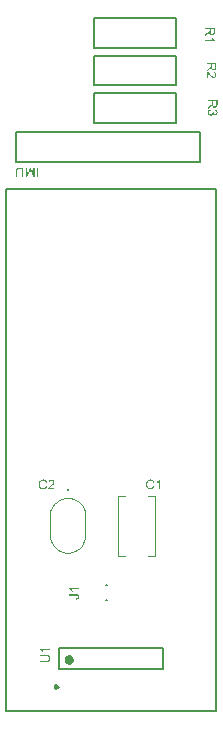
<source format=gto>
G04*
G04 #@! TF.GenerationSoftware,Altium Limited,Altium Designer,23.2.1 (34)*
G04*
G04 Layer_Color=65535*
%FSLAX25Y25*%
%MOIN*%
G70*
G04*
G04 #@! TF.SameCoordinates,08813931-105C-4D26-8E83-7783437ACDD9*
G04*
G04*
G04 #@! TF.FilePolarity,Positive*
G04*
G01*
G75*
%ADD10C,0.00984*%
%ADD11C,0.01575*%
%ADD12C,0.00394*%
%ADD13C,0.00787*%
%ADD14C,0.00500*%
%ADD15C,0.00787*%
G36*
X71989Y203595D02*
X71985Y203558D01*
Y203516D01*
X71980Y203419D01*
X71966Y203318D01*
X71952Y203207D01*
X71929Y203105D01*
X71916Y203054D01*
X71902Y203013D01*
Y203008D01*
X71897Y203004D01*
X71883Y202976D01*
X71865Y202934D01*
X71832Y202883D01*
X71791Y202828D01*
X71735Y202768D01*
X71671Y202712D01*
X71597Y202657D01*
X71592D01*
X71588Y202652D01*
X71560Y202634D01*
X71513Y202615D01*
X71453Y202588D01*
X71384Y202565D01*
X71301Y202542D01*
X71213Y202528D01*
X71116Y202523D01*
X71112D01*
X71102D01*
X71084D01*
X71061Y202528D01*
X71028D01*
X70996Y202532D01*
X70918Y202551D01*
X70825Y202578D01*
X70728Y202615D01*
X70631Y202671D01*
X70585Y202708D01*
X70539Y202745D01*
X70534Y202749D01*
X70530Y202754D01*
X70516Y202768D01*
X70502Y202786D01*
X70483Y202810D01*
X70465Y202837D01*
X70442Y202874D01*
X70414Y202911D01*
X70391Y202957D01*
X70368Y203008D01*
X70340Y203064D01*
X70317Y203124D01*
X70298Y203193D01*
X70275Y203262D01*
X70262Y203341D01*
X70248Y203424D01*
X70243Y203415D01*
X70234Y203396D01*
X70215Y203369D01*
X70197Y203332D01*
X70146Y203248D01*
X70114Y203207D01*
X70086Y203170D01*
X70077Y203161D01*
X70054Y203138D01*
X70017Y203101D01*
X69971Y203054D01*
X69906Y203004D01*
X69836Y202943D01*
X69753Y202883D01*
X69661Y202819D01*
X68792Y202269D01*
Y202796D01*
X69458Y203216D01*
X69462D01*
X69472Y203225D01*
X69485Y203235D01*
X69504Y203248D01*
X69555Y203281D01*
X69619Y203322D01*
X69689Y203373D01*
X69763Y203424D01*
X69832Y203475D01*
X69897Y203521D01*
X69901Y203526D01*
X69920Y203539D01*
X69947Y203563D01*
X69980Y203595D01*
X70049Y203664D01*
X70081Y203701D01*
X70109Y203738D01*
X70114Y203743D01*
X70118Y203752D01*
X70127Y203770D01*
X70141Y203798D01*
X70155Y203826D01*
X70169Y203858D01*
X70192Y203932D01*
Y203937D01*
X70197Y203946D01*
Y203964D01*
X70201Y203988D01*
X70206Y204020D01*
Y204057D01*
X70211Y204108D01*
Y204653D01*
X68792D01*
Y205078D01*
X71989D01*
Y203595D01*
D02*
G37*
G36*
X69689Y201622D02*
X69684D01*
X69675Y201618D01*
X69656Y201613D01*
X69633Y201608D01*
X69605Y201604D01*
X69573Y201594D01*
X69504Y201571D01*
X69421Y201539D01*
X69342Y201498D01*
X69268Y201451D01*
X69204Y201396D01*
X69199Y201387D01*
X69180Y201368D01*
X69157Y201331D01*
X69134Y201285D01*
X69107Y201230D01*
X69083Y201160D01*
X69065Y201082D01*
X69060Y200998D01*
Y200971D01*
X69065Y200952D01*
X69070Y200902D01*
X69083Y200837D01*
X69107Y200763D01*
X69139Y200684D01*
X69185Y200606D01*
X69250Y200532D01*
X69259Y200523D01*
X69287Y200500D01*
X69328Y200472D01*
X69384Y200435D01*
X69453Y200398D01*
X69532Y200370D01*
X69624Y200347D01*
X69726Y200338D01*
X69730D01*
X69740D01*
X69753D01*
X69772Y200342D01*
X69823Y200347D01*
X69883Y200361D01*
X69957Y200379D01*
X70030Y200412D01*
X70104Y200458D01*
X70174Y200518D01*
X70183Y200527D01*
X70201Y200550D01*
X70229Y200587D01*
X70262Y200638D01*
X70294Y200703D01*
X70322Y200781D01*
X70340Y200869D01*
X70349Y200966D01*
Y201008D01*
X70345Y201040D01*
X70340Y201082D01*
X70331Y201128D01*
X70322Y201183D01*
X70308Y201243D01*
X70654Y201197D01*
Y201174D01*
X70650Y201156D01*
Y201096D01*
X70659Y201045D01*
X70668Y200985D01*
X70682Y200915D01*
X70705Y200837D01*
X70737Y200763D01*
X70779Y200684D01*
Y200680D01*
X70784Y200675D01*
X70802Y200652D01*
X70834Y200620D01*
X70876Y200583D01*
X70936Y200546D01*
X71005Y200513D01*
X71084Y200490D01*
X71130Y200481D01*
X71181D01*
X71185D01*
X71190D01*
X71218D01*
X71255Y200490D01*
X71306Y200500D01*
X71361Y200518D01*
X71421Y200541D01*
X71481Y200578D01*
X71537Y200629D01*
X71541Y200634D01*
X71560Y200657D01*
X71583Y200689D01*
X71611Y200730D01*
X71634Y200786D01*
X71657Y200851D01*
X71675Y200925D01*
X71680Y201008D01*
Y201045D01*
X71671Y201086D01*
X71661Y201142D01*
X71643Y201202D01*
X71620Y201262D01*
X71583Y201326D01*
X71537Y201387D01*
X71532Y201391D01*
X71509Y201410D01*
X71477Y201437D01*
X71430Y201470D01*
X71370Y201502D01*
X71296Y201534D01*
X71209Y201562D01*
X71107Y201581D01*
X71176Y201973D01*
X71181D01*
X71195Y201969D01*
X71213Y201964D01*
X71241Y201959D01*
X71273Y201950D01*
X71310Y201936D01*
X71398Y201909D01*
X71500Y201862D01*
X71601Y201807D01*
X71698Y201738D01*
X71786Y201650D01*
X71791Y201645D01*
X71795Y201636D01*
X71805Y201622D01*
X71819Y201604D01*
X71837Y201581D01*
X71855Y201548D01*
X71874Y201516D01*
X71897Y201474D01*
X71934Y201382D01*
X71971Y201276D01*
X71994Y201151D01*
X72003Y201086D01*
Y200971D01*
X71999Y200920D01*
X71989Y200860D01*
X71975Y200786D01*
X71952Y200703D01*
X71925Y200620D01*
X71888Y200536D01*
Y200532D01*
X71883Y200527D01*
X71869Y200500D01*
X71842Y200458D01*
X71809Y200412D01*
X71763Y200356D01*
X71712Y200301D01*
X71652Y200245D01*
X71583Y200199D01*
X71574Y200195D01*
X71551Y200181D01*
X71509Y200162D01*
X71458Y200139D01*
X71398Y200116D01*
X71329Y200098D01*
X71250Y200084D01*
X71172Y200079D01*
X71162D01*
X71135D01*
X71098Y200084D01*
X71047Y200093D01*
X70987Y200107D01*
X70922Y200130D01*
X70858Y200158D01*
X70793Y200195D01*
X70784Y200199D01*
X70765Y200213D01*
X70733Y200241D01*
X70696Y200278D01*
X70654Y200324D01*
X70608Y200379D01*
X70566Y200444D01*
X70525Y200523D01*
Y200518D01*
X70520Y200509D01*
X70516Y200495D01*
X70511Y200476D01*
X70493Y200426D01*
X70465Y200361D01*
X70428Y200287D01*
X70382Y200213D01*
X70322Y200144D01*
X70252Y200079D01*
X70243Y200075D01*
X70215Y200056D01*
X70169Y200028D01*
X70109Y200001D01*
X70035Y199973D01*
X69947Y199945D01*
X69846Y199927D01*
X69735Y199922D01*
X69730D01*
X69716D01*
X69693D01*
X69665Y199927D01*
X69629Y199931D01*
X69587Y199941D01*
X69541Y199950D01*
X69490Y199959D01*
X69379Y199996D01*
X69319Y200024D01*
X69264Y200051D01*
X69204Y200088D01*
X69143Y200130D01*
X69083Y200176D01*
X69028Y200232D01*
X69023Y200236D01*
X69014Y200245D01*
X69000Y200264D01*
X68982Y200287D01*
X68959Y200315D01*
X68936Y200352D01*
X68908Y200393D01*
X68885Y200444D01*
X68857Y200495D01*
X68829Y200555D01*
X68806Y200615D01*
X68783Y200684D01*
X68765Y200758D01*
X68751Y200837D01*
X68742Y200915D01*
X68737Y201003D01*
Y201045D01*
X68742Y201072D01*
X68746Y201109D01*
X68751Y201151D01*
X68760Y201197D01*
X68769Y201248D01*
X68797Y201359D01*
X68843Y201474D01*
X68871Y201534D01*
X68903Y201590D01*
X68945Y201645D01*
X68986Y201701D01*
X68991Y201705D01*
X69000Y201715D01*
X69014Y201728D01*
X69033Y201742D01*
X69056Y201765D01*
X69088Y201788D01*
X69120Y201816D01*
X69162Y201844D01*
X69208Y201872D01*
X69254Y201899D01*
X69365Y201950D01*
X69495Y201992D01*
X69564Y202006D01*
X69638Y202015D01*
X69689Y201622D01*
D02*
G37*
G36*
X71092Y227785D02*
X71087Y227748D01*
Y227707D01*
X71082Y227610D01*
X71069Y227508D01*
X71055Y227397D01*
X71031Y227296D01*
X71018Y227245D01*
X71004Y227203D01*
Y227199D01*
X70999Y227194D01*
X70985Y227166D01*
X70967Y227125D01*
X70934Y227074D01*
X70893Y227018D01*
X70837Y226958D01*
X70773Y226903D01*
X70699Y226848D01*
X70694D01*
X70690Y226843D01*
X70662Y226824D01*
X70616Y226806D01*
X70556Y226778D01*
X70486Y226755D01*
X70403Y226732D01*
X70315Y226718D01*
X70218Y226713D01*
X70214D01*
X70205D01*
X70186D01*
X70163Y226718D01*
X70131D01*
X70098Y226723D01*
X70020Y226741D01*
X69927Y226769D01*
X69830Y226806D01*
X69733Y226861D01*
X69687Y226898D01*
X69641Y226935D01*
X69636Y226940D01*
X69632Y226944D01*
X69618Y226958D01*
X69604Y226977D01*
X69586Y227000D01*
X69567Y227028D01*
X69544Y227065D01*
X69516Y227102D01*
X69493Y227148D01*
X69470Y227199D01*
X69442Y227254D01*
X69419Y227314D01*
X69401Y227383D01*
X69378Y227453D01*
X69364Y227531D01*
X69350Y227614D01*
X69345Y227605D01*
X69336Y227587D01*
X69318Y227559D01*
X69299Y227522D01*
X69248Y227439D01*
X69216Y227397D01*
X69188Y227360D01*
X69179Y227351D01*
X69156Y227328D01*
X69119Y227291D01*
X69073Y227245D01*
X69008Y227194D01*
X68939Y227134D01*
X68856Y227074D01*
X68763Y227009D01*
X67895Y226460D01*
Y226986D01*
X68560Y227407D01*
X68564D01*
X68574Y227416D01*
X68588Y227425D01*
X68606Y227439D01*
X68657Y227471D01*
X68721Y227513D01*
X68791Y227564D01*
X68865Y227614D01*
X68934Y227665D01*
X68999Y227712D01*
X69003Y227716D01*
X69022Y227730D01*
X69050Y227753D01*
X69082Y227785D01*
X69151Y227855D01*
X69183Y227892D01*
X69211Y227929D01*
X69216Y227933D01*
X69221Y227942D01*
X69230Y227961D01*
X69244Y227989D01*
X69257Y228016D01*
X69271Y228049D01*
X69294Y228123D01*
Y228127D01*
X69299Y228136D01*
Y228155D01*
X69304Y228178D01*
X69308Y228210D01*
Y228247D01*
X69313Y228298D01*
Y228843D01*
X67895D01*
Y229268D01*
X71092D01*
Y227785D01*
D02*
G37*
G36*
X70302Y225905D02*
X70311Y225896D01*
X70315Y225877D01*
X70329Y225854D01*
X70343Y225827D01*
X70362Y225794D01*
X70408Y225716D01*
X70459Y225623D01*
X70523Y225531D01*
X70597Y225434D01*
X70676Y225337D01*
X70680Y225332D01*
X70685Y225328D01*
X70699Y225314D01*
X70713Y225295D01*
X70759Y225254D01*
X70814Y225198D01*
X70879Y225143D01*
X70953Y225083D01*
X71027Y225032D01*
X71105Y224986D01*
Y224732D01*
X67895D01*
Y225124D01*
X70394D01*
X70389Y225129D01*
X70371Y225152D01*
X70343Y225180D01*
X70311Y225226D01*
X70269Y225277D01*
X70223Y225341D01*
X70172Y225415D01*
X70121Y225499D01*
Y225503D01*
X70117Y225508D01*
X70098Y225535D01*
X70075Y225582D01*
X70047Y225637D01*
X70015Y225702D01*
X69983Y225771D01*
X69950Y225840D01*
X69923Y225910D01*
X70302D01*
Y225905D01*
D02*
G37*
G36*
X16078Y21876D02*
X13578D01*
X13583Y21871D01*
X13601Y21848D01*
X13629Y21820D01*
X13661Y21774D01*
X13703Y21723D01*
X13749Y21659D01*
X13800Y21585D01*
X13851Y21501D01*
Y21497D01*
X13856Y21492D01*
X13874Y21464D01*
X13897Y21418D01*
X13925Y21363D01*
X13957Y21298D01*
X13990Y21229D01*
X14022Y21160D01*
X14050Y21090D01*
X13671D01*
Y21095D01*
X13661Y21104D01*
X13657Y21123D01*
X13643Y21146D01*
X13629Y21173D01*
X13611Y21206D01*
X13564Y21284D01*
X13514Y21377D01*
X13449Y21469D01*
X13375Y21566D01*
X13296Y21663D01*
X13292Y21668D01*
X13287Y21672D01*
X13273Y21686D01*
X13260Y21705D01*
X13213Y21746D01*
X13158Y21802D01*
X13093Y21857D01*
X13019Y21917D01*
X12945Y21968D01*
X12867Y22014D01*
Y22268D01*
X16078D01*
Y21876D01*
D02*
G37*
G36*
X14849Y20240D02*
X14895D01*
X14950Y20236D01*
X15006Y20231D01*
X15131Y20217D01*
X15260Y20199D01*
X15385Y20171D01*
X15445Y20152D01*
X15500Y20134D01*
X15505D01*
X15514Y20129D01*
X15528Y20120D01*
X15546Y20111D01*
X15597Y20083D01*
X15662Y20042D01*
X15736Y19986D01*
X15810Y19921D01*
X15888Y19838D01*
X15958Y19737D01*
Y19732D01*
X15967Y19723D01*
X15971Y19709D01*
X15985Y19686D01*
X15999Y19658D01*
X16013Y19621D01*
X16027Y19584D01*
X16045Y19538D01*
X16064Y19487D01*
X16078Y19432D01*
X16092Y19372D01*
X16105Y19302D01*
X16115Y19233D01*
X16124Y19159D01*
X16133Y18993D01*
Y18951D01*
X16128Y18919D01*
Y18882D01*
X16124Y18836D01*
X16119Y18785D01*
X16115Y18734D01*
X16096Y18619D01*
X16069Y18494D01*
X16032Y18374D01*
X15981Y18258D01*
Y18254D01*
X15971Y18244D01*
X15962Y18230D01*
X15953Y18212D01*
X15916Y18161D01*
X15865Y18101D01*
X15800Y18032D01*
X15727Y17967D01*
X15634Y17902D01*
X15533Y17852D01*
X15528D01*
X15519Y17847D01*
X15500Y17842D01*
X15477Y17833D01*
X15449Y17824D01*
X15412Y17815D01*
X15371Y17801D01*
X15320Y17792D01*
X15265Y17782D01*
X15204Y17768D01*
X15140Y17759D01*
X15071Y17750D01*
X14992Y17741D01*
X14909Y17736D01*
X14821Y17732D01*
X14729D01*
X12881D01*
Y18157D01*
X14729D01*
X14733D01*
X14747D01*
X14770D01*
X14798D01*
X14830Y18161D01*
X14872D01*
X14960Y18166D01*
X15061Y18175D01*
X15163Y18189D01*
X15260Y18207D01*
X15302Y18217D01*
X15343Y18230D01*
X15352Y18235D01*
X15375Y18244D01*
X15408Y18268D01*
X15454Y18295D01*
X15500Y18327D01*
X15551Y18374D01*
X15602Y18429D01*
X15643Y18494D01*
X15648Y18503D01*
X15662Y18526D01*
X15676Y18568D01*
X15694Y18623D01*
X15717Y18688D01*
X15731Y18771D01*
X15745Y18859D01*
X15750Y18956D01*
Y19002D01*
X15745Y19030D01*
Y19071D01*
X15741Y19113D01*
X15722Y19215D01*
X15699Y19326D01*
X15662Y19432D01*
X15611Y19533D01*
X15579Y19580D01*
X15542Y19621D01*
X15537Y19626D01*
X15533Y19630D01*
X15519Y19640D01*
X15500Y19654D01*
X15473Y19667D01*
X15445Y19686D01*
X15403Y19704D01*
X15362Y19723D01*
X15311Y19741D01*
X15251Y19755D01*
X15181Y19774D01*
X15108Y19787D01*
X15024Y19801D01*
X14937Y19811D01*
X14835Y19820D01*
X14729D01*
X12881D01*
Y20245D01*
X14729D01*
X14733D01*
X14752D01*
X14775D01*
X14807D01*
X14849Y20240D01*
D02*
G37*
G36*
X71592Y216079D02*
X71587Y216042D01*
Y216000D01*
X71582Y215903D01*
X71569Y215802D01*
X71555Y215691D01*
X71531Y215589D01*
X71518Y215538D01*
X71504Y215497D01*
Y215492D01*
X71499Y215487D01*
X71485Y215460D01*
X71467Y215418D01*
X71434Y215367D01*
X71393Y215312D01*
X71337Y215252D01*
X71273Y215196D01*
X71199Y215141D01*
X71194D01*
X71190Y215136D01*
X71162Y215118D01*
X71116Y215099D01*
X71056Y215072D01*
X70986Y215049D01*
X70903Y215025D01*
X70815Y215012D01*
X70718Y215007D01*
X70714D01*
X70705D01*
X70686D01*
X70663Y215012D01*
X70631D01*
X70598Y215016D01*
X70520Y215035D01*
X70427Y215062D01*
X70330Y215099D01*
X70233Y215155D01*
X70187Y215192D01*
X70141Y215229D01*
X70136Y215233D01*
X70132Y215238D01*
X70118Y215252D01*
X70104Y215270D01*
X70086Y215293D01*
X70067Y215321D01*
X70044Y215358D01*
X70016Y215395D01*
X69993Y215441D01*
X69970Y215492D01*
X69942Y215547D01*
X69919Y215608D01*
X69901Y215677D01*
X69878Y215746D01*
X69864Y215825D01*
X69850Y215908D01*
X69845Y215899D01*
X69836Y215880D01*
X69818Y215852D01*
X69799Y215815D01*
X69748Y215732D01*
X69716Y215691D01*
X69688Y215654D01*
X69679Y215645D01*
X69656Y215621D01*
X69619Y215584D01*
X69573Y215538D01*
X69508Y215487D01*
X69439Y215427D01*
X69355Y215367D01*
X69263Y215303D01*
X68395Y214753D01*
Y215280D01*
X69060Y215700D01*
X69064D01*
X69074Y215709D01*
X69087Y215718D01*
X69106Y215732D01*
X69157Y215765D01*
X69222Y215806D01*
X69291Y215857D01*
X69365Y215908D01*
X69434Y215959D01*
X69499Y216005D01*
X69503Y216009D01*
X69522Y216023D01*
X69550Y216046D01*
X69582Y216079D01*
X69651Y216148D01*
X69683Y216185D01*
X69711Y216222D01*
X69716Y216227D01*
X69721Y216236D01*
X69730Y216254D01*
X69744Y216282D01*
X69757Y216310D01*
X69771Y216342D01*
X69794Y216416D01*
Y216421D01*
X69799Y216430D01*
Y216448D01*
X69804Y216472D01*
X69808Y216504D01*
Y216541D01*
X69813Y216592D01*
Y217137D01*
X68395D01*
Y217562D01*
X71592D01*
Y216079D01*
D02*
G37*
G36*
X68482Y214554D02*
X68524Y214549D01*
X68570Y214540D01*
X68616Y214531D01*
X68667Y214513D01*
X68672D01*
X68676Y214508D01*
X68704Y214499D01*
X68746Y214480D01*
X68801Y214453D01*
X68866Y214416D01*
X68940Y214369D01*
X69014Y214318D01*
X69092Y214254D01*
X69097D01*
X69101Y214245D01*
X69129Y214222D01*
X69171Y214180D01*
X69231Y214120D01*
X69300Y214051D01*
X69383Y213963D01*
X69476Y213857D01*
X69573Y213741D01*
X69577Y213736D01*
X69591Y213718D01*
X69614Y213690D01*
X69642Y213658D01*
X69679Y213616D01*
X69721Y213565D01*
X69767Y213515D01*
X69818Y213455D01*
X69928Y213339D01*
X70039Y213224D01*
X70095Y213168D01*
X70150Y213117D01*
X70201Y213071D01*
X70252Y213034D01*
X70256D01*
X70261Y213025D01*
X70275Y213016D01*
X70293Y213006D01*
X70344Y212974D01*
X70404Y212937D01*
X70478Y212905D01*
X70557Y212873D01*
X70644Y212854D01*
X70728Y212845D01*
X70732D01*
X70737D01*
X70765Y212849D01*
X70811Y212854D01*
X70862Y212868D01*
X70926Y212886D01*
X70991Y212919D01*
X71056Y212960D01*
X71120Y213016D01*
X71130Y213025D01*
X71148Y213048D01*
X71171Y213080D01*
X71204Y213131D01*
X71231Y213196D01*
X71259Y213270D01*
X71277Y213358D01*
X71282Y213455D01*
Y213482D01*
X71277Y213501D01*
X71273Y213556D01*
X71259Y213621D01*
X71241Y213690D01*
X71208Y213769D01*
X71166Y213843D01*
X71111Y213912D01*
X71102Y213921D01*
X71079Y213940D01*
X71042Y213967D01*
X70986Y213995D01*
X70922Y214028D01*
X70838Y214055D01*
X70746Y214074D01*
X70640Y214083D01*
X70681Y214485D01*
X70686D01*
X70700Y214480D01*
X70723D01*
X70755Y214476D01*
X70792Y214466D01*
X70834Y214457D01*
X70885Y214443D01*
X70936Y214429D01*
X71046Y214392D01*
X71157Y214337D01*
X71213Y214305D01*
X71268Y214263D01*
X71319Y214222D01*
X71365Y214175D01*
X71370Y214171D01*
X71374Y214161D01*
X71388Y214148D01*
X71402Y214124D01*
X71421Y214097D01*
X71439Y214064D01*
X71462Y214028D01*
X71485Y213981D01*
X71508Y213931D01*
X71531Y213875D01*
X71550Y213815D01*
X71569Y213750D01*
X71582Y213681D01*
X71596Y213607D01*
X71601Y213528D01*
X71605Y213445D01*
Y213399D01*
X71601Y213367D01*
X71596Y213330D01*
X71592Y213284D01*
X71582Y213233D01*
X71573Y213182D01*
X71541Y213062D01*
X71495Y212942D01*
X71467Y212882D01*
X71434Y212822D01*
X71393Y212766D01*
X71347Y212715D01*
X71342Y212711D01*
X71337Y212702D01*
X71319Y212692D01*
X71301Y212674D01*
X71277Y212651D01*
X71245Y212628D01*
X71213Y212604D01*
X71171Y212577D01*
X71083Y212531D01*
X70973Y212484D01*
X70917Y212466D01*
X70852Y212457D01*
X70788Y212447D01*
X70718Y212443D01*
X70709D01*
X70686D01*
X70649Y212447D01*
X70598Y212452D01*
X70543Y212461D01*
X70478Y212480D01*
X70409Y212498D01*
X70340Y212526D01*
X70330Y212531D01*
X70307Y212540D01*
X70270Y212558D01*
X70219Y212586D01*
X70164Y212623D01*
X70095Y212669D01*
X70025Y212725D01*
X69947Y212789D01*
X69938Y212799D01*
X69910Y212822D01*
X69887Y212845D01*
X69864Y212868D01*
X69836Y212896D01*
X69799Y212932D01*
X69762Y212969D01*
X69721Y213016D01*
X69674Y213062D01*
X69624Y213117D01*
X69573Y213177D01*
X69513Y213242D01*
X69453Y213316D01*
X69388Y213390D01*
X69383Y213394D01*
X69374Y213404D01*
X69360Y213422D01*
X69342Y213445D01*
X69314Y213473D01*
X69286Y213505D01*
X69226Y213579D01*
X69157Y213658D01*
X69087Y213732D01*
X69028Y213796D01*
X69004Y213824D01*
X68981Y213847D01*
X68977Y213852D01*
X68963Y213866D01*
X68944Y213884D01*
X68917Y213907D01*
X68884Y213931D01*
X68852Y213958D01*
X68773Y214014D01*
Y212438D01*
X68395D01*
Y214559D01*
X68399D01*
X68418D01*
X68445D01*
X68482Y214554D01*
D02*
G37*
G36*
X25834Y41992D02*
X23335D01*
X23339Y41988D01*
X23358Y41965D01*
X23386Y41937D01*
X23418Y41891D01*
X23460Y41840D01*
X23506Y41775D01*
X23557Y41701D01*
X23607Y41618D01*
Y41613D01*
X23612Y41609D01*
X23630Y41581D01*
X23654Y41535D01*
X23681Y41479D01*
X23714Y41415D01*
X23746Y41346D01*
X23778Y41276D01*
X23806Y41207D01*
X23427D01*
Y41212D01*
X23418Y41221D01*
X23413Y41239D01*
X23400Y41262D01*
X23386Y41290D01*
X23367Y41322D01*
X23321Y41401D01*
X23270Y41493D01*
X23205Y41586D01*
X23132Y41683D01*
X23053Y41780D01*
X23048Y41784D01*
X23044Y41789D01*
X23030Y41803D01*
X23016Y41821D01*
X22970Y41863D01*
X22914Y41918D01*
X22850Y41974D01*
X22776Y42034D01*
X22702Y42085D01*
X22623Y42131D01*
Y42385D01*
X25834D01*
Y41992D01*
D02*
G37*
G36*
X24919Y40371D02*
X24956D01*
X25044Y40361D01*
X25146Y40352D01*
X25252Y40334D01*
X25349Y40306D01*
X25442Y40274D01*
X25446D01*
X25451Y40269D01*
X25479Y40255D01*
X25515Y40232D01*
X25566Y40200D01*
X25617Y40154D01*
X25673Y40103D01*
X25728Y40038D01*
X25774Y39964D01*
X25779Y39955D01*
X25793Y39927D01*
X25811Y39886D01*
X25830Y39825D01*
X25853Y39752D01*
X25871Y39668D01*
X25885Y39576D01*
X25890Y39474D01*
Y39433D01*
X25885Y39405D01*
X25880Y39368D01*
X25876Y39331D01*
X25857Y39234D01*
X25830Y39132D01*
X25788Y39026D01*
X25760Y38971D01*
X25728Y38920D01*
X25691Y38874D01*
X25649Y38828D01*
X25645Y38823D01*
X25640Y38818D01*
X25622Y38809D01*
X25603Y38795D01*
X25580Y38777D01*
X25548Y38758D01*
X25511Y38740D01*
X25469Y38717D01*
X25423Y38698D01*
X25368Y38680D01*
X25312Y38661D01*
X25247Y38643D01*
X25178Y38633D01*
X25100Y38620D01*
X25021Y38615D01*
X24933D01*
X24878Y38998D01*
X24882D01*
X24892D01*
X24910D01*
X24938Y39003D01*
X24966Y39008D01*
X24998D01*
X25076Y39022D01*
X25160Y39035D01*
X25243Y39063D01*
X25317Y39091D01*
X25349Y39109D01*
X25377Y39132D01*
X25381Y39137D01*
X25395Y39156D01*
X25418Y39183D01*
X25442Y39220D01*
X25469Y39271D01*
X25488Y39327D01*
X25506Y39396D01*
X25511Y39470D01*
Y39498D01*
X25506Y39525D01*
X25502Y39567D01*
X25492Y39608D01*
X25483Y39654D01*
X25465Y39701D01*
X25442Y39747D01*
X25437Y39752D01*
X25428Y39765D01*
X25409Y39784D01*
X25391Y39812D01*
X25358Y39835D01*
X25326Y39862D01*
X25289Y39886D01*
X25243Y39904D01*
X25238D01*
X25220Y39913D01*
X25187Y39918D01*
X25146Y39927D01*
X25090Y39936D01*
X25021Y39941D01*
X24938Y39950D01*
X24841D01*
X22637D01*
Y40375D01*
X24818D01*
X24822D01*
X24836D01*
X24855D01*
X24882D01*
X24919Y40371D01*
D02*
G37*
G36*
X11048Y179374D02*
X10415D01*
X9657Y181642D01*
Y181647D01*
X9653Y181656D01*
X9648Y181670D01*
X9639Y181693D01*
X9620Y181748D01*
X9597Y181818D01*
X9574Y181896D01*
X9546Y181975D01*
X9523Y182049D01*
X9505Y182113D01*
X9500Y182104D01*
X9496Y182081D01*
X9482Y182039D01*
X9463Y181984D01*
X9440Y181910D01*
X9408Y181822D01*
X9375Y181721D01*
X9334Y181601D01*
X8567Y179374D01*
X7999D01*
Y182571D01*
X8405D01*
Y179896D01*
X9339Y182571D01*
X9717D01*
X10641Y179850D01*
Y182571D01*
X11048D01*
Y179374D01*
D02*
G37*
G36*
X12207D02*
X11783D01*
Y182571D01*
X12207D01*
Y179374D01*
D02*
G37*
G36*
X6118Y182622D02*
X6155D01*
X6202Y182617D01*
X6252Y182612D01*
X6303Y182608D01*
X6419Y182589D01*
X6543Y182562D01*
X6663Y182525D01*
X6779Y182474D01*
X6784D01*
X6793Y182465D01*
X6807Y182455D01*
X6825Y182446D01*
X6876Y182409D01*
X6936Y182358D01*
X7005Y182294D01*
X7070Y182220D01*
X7135Y182127D01*
X7186Y182026D01*
Y182021D01*
X7190Y182012D01*
X7195Y181993D01*
X7204Y181970D01*
X7213Y181942D01*
X7222Y181905D01*
X7236Y181864D01*
X7246Y181813D01*
X7255Y181758D01*
X7269Y181698D01*
X7278Y181633D01*
X7287Y181564D01*
X7297Y181485D01*
X7301Y181402D01*
X7306Y181314D01*
Y181222D01*
Y179374D01*
X6881D01*
Y181222D01*
Y181226D01*
Y181240D01*
Y181263D01*
Y181291D01*
X6876Y181323D01*
Y181365D01*
X6871Y181453D01*
X6862Y181554D01*
X6848Y181656D01*
X6830Y181753D01*
X6821Y181795D01*
X6807Y181836D01*
X6802Y181845D01*
X6793Y181869D01*
X6770Y181901D01*
X6742Y181947D01*
X6710Y181993D01*
X6663Y182044D01*
X6608Y182095D01*
X6543Y182136D01*
X6534Y182141D01*
X6511Y182155D01*
X6470Y182169D01*
X6414Y182187D01*
X6349Y182210D01*
X6266Y182224D01*
X6178Y182238D01*
X6081Y182243D01*
X6035D01*
X6007Y182238D01*
X5966D01*
X5924Y182234D01*
X5823Y182215D01*
X5712Y182192D01*
X5606Y182155D01*
X5504Y182104D01*
X5458Y182072D01*
X5416Y182035D01*
X5412Y182030D01*
X5407Y182026D01*
X5398Y182012D01*
X5384Y181993D01*
X5370Y181966D01*
X5351Y181938D01*
X5333Y181896D01*
X5314Y181855D01*
X5296Y181804D01*
X5282Y181744D01*
X5264Y181675D01*
X5250Y181601D01*
X5236Y181517D01*
X5227Y181430D01*
X5218Y181328D01*
Y181222D01*
Y179374D01*
X4792D01*
Y181222D01*
Y181226D01*
Y181245D01*
Y181268D01*
Y181300D01*
X4797Y181342D01*
Y181388D01*
X4802Y181444D01*
X4806Y181499D01*
X4820Y181624D01*
X4839Y181753D01*
X4866Y181878D01*
X4885Y181938D01*
X4903Y181993D01*
Y181998D01*
X4908Y182007D01*
X4917Y182021D01*
X4926Y182039D01*
X4954Y182090D01*
X4996Y182155D01*
X5051Y182229D01*
X5116Y182303D01*
X5199Y182381D01*
X5301Y182451D01*
X5305D01*
X5314Y182460D01*
X5328Y182465D01*
X5351Y182478D01*
X5379Y182492D01*
X5416Y182506D01*
X5453Y182520D01*
X5499Y182538D01*
X5550Y182557D01*
X5606Y182571D01*
X5666Y182585D01*
X5735Y182598D01*
X5804Y182608D01*
X5878Y182617D01*
X6044Y182626D01*
X6086D01*
X6118Y182622D01*
D02*
G37*
G36*
X13958Y78649D02*
X14000Y78645D01*
X14051Y78640D01*
X14101Y78636D01*
X14162Y78622D01*
X14286Y78594D01*
X14425Y78552D01*
X14494Y78525D01*
X14559Y78492D01*
X14624Y78451D01*
X14688Y78409D01*
X14693Y78404D01*
X14702Y78400D01*
X14720Y78386D01*
X14744Y78363D01*
X14767Y78340D01*
X14799Y78307D01*
X14831Y78271D01*
X14868Y78233D01*
X14905Y78187D01*
X14942Y78132D01*
X14984Y78076D01*
X15021Y78016D01*
X15053Y77947D01*
X15090Y77878D01*
X15118Y77804D01*
X15146Y77721D01*
X14730Y77624D01*
Y77628D01*
X14725Y77638D01*
X14716Y77656D01*
X14707Y77679D01*
X14697Y77707D01*
X14683Y77744D01*
X14647Y77818D01*
X14600Y77901D01*
X14545Y77984D01*
X14476Y78063D01*
X14402Y78132D01*
X14392Y78141D01*
X14365Y78160D01*
X14319Y78183D01*
X14258Y78215D01*
X14180Y78243D01*
X14092Y78271D01*
X13986Y78289D01*
X13870Y78294D01*
X13833D01*
X13810Y78289D01*
X13778D01*
X13741Y78284D01*
X13653Y78271D01*
X13556Y78252D01*
X13455Y78220D01*
X13348Y78174D01*
X13251Y78113D01*
X13247D01*
X13242Y78104D01*
X13210Y78081D01*
X13168Y78044D01*
X13117Y77989D01*
X13057Y77919D01*
X13002Y77841D01*
X12951Y77744D01*
X12905Y77638D01*
Y77633D01*
X12900Y77624D01*
X12896Y77610D01*
X12891Y77587D01*
X12882Y77559D01*
X12873Y77527D01*
X12859Y77448D01*
X12840Y77356D01*
X12822Y77254D01*
X12812Y77143D01*
X12808Y77023D01*
Y77018D01*
Y77005D01*
Y76982D01*
Y76954D01*
X12812Y76921D01*
Y76880D01*
X12817Y76834D01*
X12822Y76783D01*
X12835Y76672D01*
X12859Y76552D01*
X12886Y76432D01*
X12923Y76312D01*
Y76307D01*
X12928Y76298D01*
X12937Y76284D01*
X12946Y76261D01*
X12974Y76205D01*
X13016Y76141D01*
X13067Y76067D01*
X13131Y75988D01*
X13205Y75919D01*
X13293Y75854D01*
X13297D01*
X13307Y75850D01*
X13321Y75840D01*
X13339Y75831D01*
X13362Y75822D01*
X13390Y75808D01*
X13455Y75780D01*
X13538Y75753D01*
X13630Y75730D01*
X13732Y75711D01*
X13838Y75706D01*
X13870D01*
X13898Y75711D01*
X13930D01*
X13963Y75716D01*
X14046Y75734D01*
X14143Y75757D01*
X14240Y75794D01*
X14342Y75845D01*
X14392Y75873D01*
X14439Y75910D01*
X14443Y75914D01*
X14448Y75919D01*
X14462Y75933D01*
X14480Y75947D01*
X14499Y75970D01*
X14522Y75998D01*
X14549Y76025D01*
X14573Y76062D01*
X14600Y76104D01*
X14633Y76150D01*
X14660Y76196D01*
X14688Y76252D01*
X14711Y76312D01*
X14734Y76376D01*
X14758Y76446D01*
X14776Y76520D01*
X15201Y76413D01*
Y76409D01*
X15196Y76390D01*
X15187Y76362D01*
X15173Y76326D01*
X15159Y76284D01*
X15141Y76233D01*
X15118Y76178D01*
X15090Y76118D01*
X15025Y75988D01*
X14942Y75859D01*
X14891Y75794D01*
X14841Y75730D01*
X14785Y75674D01*
X14720Y75619D01*
X14716Y75614D01*
X14707Y75605D01*
X14683Y75595D01*
X14660Y75577D01*
X14624Y75554D01*
X14586Y75531D01*
X14536Y75508D01*
X14485Y75485D01*
X14425Y75457D01*
X14360Y75434D01*
X14291Y75411D01*
X14217Y75388D01*
X14138Y75369D01*
X14055Y75360D01*
X13967Y75351D01*
X13875Y75346D01*
X13824D01*
X13787Y75351D01*
X13746D01*
X13695Y75355D01*
X13639Y75365D01*
X13575Y75374D01*
X13441Y75397D01*
X13302Y75434D01*
X13164Y75485D01*
X13099Y75517D01*
X13034Y75554D01*
X13030Y75559D01*
X13020Y75563D01*
X13002Y75577D01*
X12983Y75595D01*
X12956Y75614D01*
X12923Y75642D01*
X12886Y75674D01*
X12849Y75711D01*
X12812Y75753D01*
X12771Y75794D01*
X12688Y75900D01*
X12609Y76025D01*
X12540Y76164D01*
Y76168D01*
X12531Y76182D01*
X12526Y76205D01*
X12512Y76233D01*
X12503Y76270D01*
X12489Y76316D01*
X12471Y76367D01*
X12457Y76423D01*
X12443Y76483D01*
X12424Y76552D01*
X12401Y76695D01*
X12383Y76857D01*
X12374Y77023D01*
Y77028D01*
Y77046D01*
Y77074D01*
X12378Y77106D01*
Y77153D01*
X12383Y77199D01*
X12387Y77259D01*
X12397Y77319D01*
X12420Y77453D01*
X12452Y77601D01*
X12498Y77748D01*
X12563Y77892D01*
X12568Y77896D01*
X12572Y77910D01*
X12581Y77929D01*
X12600Y77952D01*
X12618Y77984D01*
X12641Y78021D01*
X12702Y78104D01*
X12780Y78197D01*
X12873Y78289D01*
X12979Y78381D01*
X13104Y78460D01*
X13108Y78465D01*
X13122Y78469D01*
X13140Y78478D01*
X13164Y78492D01*
X13201Y78506D01*
X13238Y78520D01*
X13284Y78539D01*
X13334Y78557D01*
X13390Y78575D01*
X13450Y78594D01*
X13579Y78622D01*
X13727Y78645D01*
X13880Y78654D01*
X13926D01*
X13958Y78649D01*
D02*
G37*
G36*
X16698Y78608D02*
X16735Y78603D01*
X16781Y78598D01*
X16832Y78589D01*
X16883Y78580D01*
X17003Y78548D01*
X17123Y78501D01*
X17183Y78474D01*
X17243Y78441D01*
X17298Y78400D01*
X17349Y78354D01*
X17354Y78349D01*
X17363Y78344D01*
X17372Y78326D01*
X17391Y78307D01*
X17414Y78284D01*
X17437Y78252D01*
X17460Y78220D01*
X17488Y78178D01*
X17534Y78090D01*
X17580Y77979D01*
X17599Y77924D01*
X17608Y77859D01*
X17617Y77795D01*
X17622Y77725D01*
Y77716D01*
Y77693D01*
X17617Y77656D01*
X17613Y77605D01*
X17603Y77550D01*
X17585Y77485D01*
X17566Y77416D01*
X17539Y77346D01*
X17534Y77337D01*
X17525Y77314D01*
X17506Y77277D01*
X17479Y77226D01*
X17442Y77171D01*
X17395Y77102D01*
X17340Y77032D01*
X17275Y76954D01*
X17266Y76945D01*
X17243Y76917D01*
X17220Y76894D01*
X17197Y76871D01*
X17169Y76843D01*
X17132Y76806D01*
X17095Y76769D01*
X17049Y76727D01*
X17003Y76681D01*
X16947Y76630D01*
X16887Y76580D01*
X16823Y76520D01*
X16749Y76459D01*
X16675Y76395D01*
X16670Y76390D01*
X16661Y76381D01*
X16642Y76367D01*
X16619Y76349D01*
X16592Y76321D01*
X16559Y76293D01*
X16485Y76233D01*
X16407Y76164D01*
X16333Y76095D01*
X16268Y76034D01*
X16240Y76011D01*
X16217Y75988D01*
X16213Y75984D01*
X16199Y75970D01*
X16180Y75951D01*
X16157Y75924D01*
X16134Y75891D01*
X16106Y75859D01*
X16051Y75780D01*
X17627D01*
Y75402D01*
X15506D01*
Y75406D01*
Y75425D01*
Y75452D01*
X15510Y75489D01*
X15515Y75531D01*
X15524Y75577D01*
X15534Y75623D01*
X15552Y75674D01*
Y75679D01*
X15557Y75683D01*
X15566Y75711D01*
X15584Y75753D01*
X15612Y75808D01*
X15649Y75873D01*
X15695Y75947D01*
X15746Y76021D01*
X15811Y76099D01*
Y76104D01*
X15820Y76108D01*
X15843Y76136D01*
X15885Y76178D01*
X15945Y76238D01*
X16014Y76307D01*
X16102Y76390D01*
X16208Y76483D01*
X16324Y76580D01*
X16328Y76584D01*
X16347Y76598D01*
X16374Y76621D01*
X16407Y76649D01*
X16448Y76686D01*
X16499Y76727D01*
X16550Y76774D01*
X16610Y76824D01*
X16726Y76935D01*
X16841Y77046D01*
X16896Y77102D01*
X16947Y77157D01*
X16994Y77208D01*
X17030Y77259D01*
Y77263D01*
X17040Y77268D01*
X17049Y77282D01*
X17058Y77300D01*
X17090Y77351D01*
X17128Y77411D01*
X17160Y77485D01*
X17192Y77564D01*
X17211Y77651D01*
X17220Y77735D01*
Y77739D01*
Y77744D01*
X17215Y77772D01*
X17211Y77818D01*
X17197Y77869D01*
X17178Y77933D01*
X17146Y77998D01*
X17104Y78063D01*
X17049Y78127D01*
X17040Y78136D01*
X17017Y78155D01*
X16984Y78178D01*
X16933Y78210D01*
X16869Y78238D01*
X16795Y78266D01*
X16707Y78284D01*
X16610Y78289D01*
X16582D01*
X16564Y78284D01*
X16508Y78280D01*
X16444Y78266D01*
X16374Y78247D01*
X16296Y78215D01*
X16222Y78174D01*
X16153Y78118D01*
X16143Y78109D01*
X16125Y78086D01*
X16097Y78049D01*
X16070Y77993D01*
X16037Y77929D01*
X16010Y77846D01*
X15991Y77753D01*
X15982Y77647D01*
X15580Y77688D01*
Y77693D01*
X15584Y77707D01*
Y77730D01*
X15589Y77762D01*
X15598Y77799D01*
X15608Y77841D01*
X15621Y77892D01*
X15635Y77943D01*
X15672Y78053D01*
X15728Y78164D01*
X15760Y78220D01*
X15802Y78275D01*
X15843Y78326D01*
X15889Y78372D01*
X15894Y78377D01*
X15903Y78381D01*
X15917Y78395D01*
X15940Y78409D01*
X15968Y78428D01*
X16000Y78446D01*
X16037Y78469D01*
X16083Y78492D01*
X16134Y78515D01*
X16190Y78539D01*
X16250Y78557D01*
X16314Y78575D01*
X16384Y78589D01*
X16458Y78603D01*
X16536Y78608D01*
X16619Y78612D01*
X16666D01*
X16698Y78608D01*
D02*
G37*
G36*
X49752Y78649D02*
X49793Y78645D01*
X49844Y78640D01*
X49895Y78636D01*
X49955Y78622D01*
X50080Y78594D01*
X50218Y78552D01*
X50287Y78525D01*
X50352Y78492D01*
X50417Y78451D01*
X50481Y78409D01*
X50486Y78404D01*
X50495Y78400D01*
X50514Y78386D01*
X50537Y78363D01*
X50560Y78340D01*
X50592Y78307D01*
X50625Y78271D01*
X50662Y78233D01*
X50699Y78187D01*
X50736Y78132D01*
X50777Y78076D01*
X50814Y78016D01*
X50846Y77947D01*
X50884Y77878D01*
X50911Y77804D01*
X50939Y77721D01*
X50523Y77624D01*
Y77628D01*
X50519Y77638D01*
X50509Y77656D01*
X50500Y77679D01*
X50491Y77707D01*
X50477Y77744D01*
X50440Y77818D01*
X50394Y77901D01*
X50338Y77984D01*
X50269Y78063D01*
X50195Y78132D01*
X50186Y78141D01*
X50158Y78160D01*
X50112Y78183D01*
X50052Y78215D01*
X49973Y78243D01*
X49885Y78271D01*
X49779Y78289D01*
X49664Y78294D01*
X49627D01*
X49604Y78289D01*
X49571D01*
X49534Y78284D01*
X49447Y78271D01*
X49350Y78252D01*
X49248Y78220D01*
X49142Y78174D01*
X49045Y78113D01*
X49040D01*
X49036Y78104D01*
X49003Y78081D01*
X48961Y78044D01*
X48911Y77989D01*
X48851Y77919D01*
X48795Y77841D01*
X48744Y77744D01*
X48698Y77638D01*
Y77633D01*
X48694Y77624D01*
X48689Y77610D01*
X48684Y77587D01*
X48675Y77559D01*
X48666Y77527D01*
X48652Y77448D01*
X48634Y77356D01*
X48615Y77254D01*
X48606Y77143D01*
X48601Y77023D01*
Y77018D01*
Y77005D01*
Y76982D01*
Y76954D01*
X48606Y76921D01*
Y76880D01*
X48610Y76834D01*
X48615Y76783D01*
X48629Y76672D01*
X48652Y76552D01*
X48680Y76432D01*
X48717Y76312D01*
Y76307D01*
X48721Y76298D01*
X48730Y76284D01*
X48740Y76261D01*
X48768Y76205D01*
X48809Y76141D01*
X48860Y76067D01*
X48925Y75988D01*
X48998Y75919D01*
X49086Y75854D01*
X49091D01*
X49100Y75850D01*
X49114Y75840D01*
X49132Y75831D01*
X49156Y75822D01*
X49183Y75808D01*
X49248Y75780D01*
X49331Y75753D01*
X49424Y75730D01*
X49525Y75711D01*
X49631Y75706D01*
X49664D01*
X49692Y75711D01*
X49724D01*
X49756Y75716D01*
X49839Y75734D01*
X49936Y75757D01*
X50033Y75794D01*
X50135Y75845D01*
X50186Y75873D01*
X50232Y75910D01*
X50237Y75914D01*
X50241Y75919D01*
X50255Y75933D01*
X50274Y75947D01*
X50292Y75970D01*
X50315Y75998D01*
X50343Y76025D01*
X50366Y76062D01*
X50394Y76104D01*
X50426Y76150D01*
X50454Y76196D01*
X50481Y76252D01*
X50505Y76312D01*
X50528Y76376D01*
X50551Y76446D01*
X50569Y76520D01*
X50994Y76413D01*
Y76409D01*
X50990Y76390D01*
X50981Y76362D01*
X50967Y76326D01*
X50953Y76284D01*
X50934Y76233D01*
X50911Y76178D01*
X50884Y76118D01*
X50819Y75988D01*
X50736Y75859D01*
X50685Y75794D01*
X50634Y75730D01*
X50578Y75674D01*
X50514Y75619D01*
X50509Y75614D01*
X50500Y75605D01*
X50477Y75595D01*
X50454Y75577D01*
X50417Y75554D01*
X50380Y75531D01*
X50329Y75508D01*
X50278Y75485D01*
X50218Y75457D01*
X50153Y75434D01*
X50084Y75411D01*
X50010Y75388D01*
X49932Y75369D01*
X49849Y75360D01*
X49761Y75351D01*
X49668Y75346D01*
X49618D01*
X49581Y75351D01*
X49539D01*
X49488Y75355D01*
X49433Y75365D01*
X49368Y75374D01*
X49234Y75397D01*
X49095Y75434D01*
X48957Y75485D01*
X48892Y75517D01*
X48828Y75554D01*
X48823Y75559D01*
X48814Y75563D01*
X48795Y75577D01*
X48777Y75595D01*
X48749Y75614D01*
X48717Y75642D01*
X48680Y75674D01*
X48643Y75711D01*
X48606Y75753D01*
X48564Y75794D01*
X48481Y75900D01*
X48403Y76025D01*
X48333Y76164D01*
Y76168D01*
X48324Y76182D01*
X48319Y76205D01*
X48305Y76233D01*
X48296Y76270D01*
X48282Y76316D01*
X48264Y76367D01*
X48250Y76423D01*
X48236Y76483D01*
X48218Y76552D01*
X48195Y76695D01*
X48176Y76857D01*
X48167Y77023D01*
Y77028D01*
Y77046D01*
Y77074D01*
X48171Y77106D01*
Y77153D01*
X48176Y77199D01*
X48181Y77259D01*
X48190Y77319D01*
X48213Y77453D01*
X48245Y77601D01*
X48292Y77748D01*
X48356Y77892D01*
X48361Y77896D01*
X48366Y77910D01*
X48375Y77929D01*
X48393Y77952D01*
X48412Y77984D01*
X48435Y78021D01*
X48495Y78104D01*
X48573Y78197D01*
X48666Y78289D01*
X48772Y78381D01*
X48897Y78460D01*
X48902Y78465D01*
X48915Y78469D01*
X48934Y78478D01*
X48957Y78492D01*
X48994Y78506D01*
X49031Y78520D01*
X49077Y78539D01*
X49128Y78557D01*
X49183Y78575D01*
X49243Y78594D01*
X49373Y78622D01*
X49521Y78645D01*
X49673Y78654D01*
X49719D01*
X49752Y78649D01*
D02*
G37*
G36*
X52833Y75402D02*
X52440D01*
Y77901D01*
X52436Y77896D01*
X52413Y77878D01*
X52385Y77850D01*
X52339Y77818D01*
X52288Y77776D01*
X52223Y77730D01*
X52149Y77679D01*
X52066Y77628D01*
X52062D01*
X52057Y77624D01*
X52029Y77605D01*
X51983Y77582D01*
X51928Y77554D01*
X51863Y77522D01*
X51794Y77490D01*
X51724Y77457D01*
X51655Y77430D01*
Y77808D01*
X51660D01*
X51669Y77818D01*
X51687Y77822D01*
X51710Y77836D01*
X51738Y77850D01*
X51771Y77869D01*
X51849Y77915D01*
X51941Y77966D01*
X52034Y78030D01*
X52131Y78104D01*
X52228Y78183D01*
X52232Y78187D01*
X52237Y78192D01*
X52251Y78206D01*
X52270Y78220D01*
X52311Y78266D01*
X52367Y78321D01*
X52422Y78386D01*
X52482Y78460D01*
X52533Y78534D01*
X52579Y78612D01*
X52833D01*
Y75402D01*
D02*
G37*
%LPC*%
G36*
X71634Y204653D02*
X70576D01*
Y203701D01*
X70580Y203646D01*
X70585Y203581D01*
X70590Y203507D01*
X70599Y203433D01*
X70613Y203359D01*
X70631Y203295D01*
X70636Y203285D01*
X70645Y203267D01*
X70659Y203239D01*
X70677Y203202D01*
X70705Y203161D01*
X70737Y203119D01*
X70779Y203078D01*
X70825Y203045D01*
X70830Y203041D01*
X70848Y203031D01*
X70876Y203017D01*
X70913Y202999D01*
X70955Y202985D01*
X71001Y202971D01*
X71056Y202962D01*
X71112Y202957D01*
X71116D01*
X71121D01*
X71149Y202962D01*
X71190Y202967D01*
X71246Y202976D01*
X71301Y202999D01*
X71366Y203027D01*
X71426Y203068D01*
X71486Y203124D01*
X71490Y203133D01*
X71509Y203156D01*
X71532Y203193D01*
X71560Y203253D01*
X71588Y203322D01*
X71611Y203415D01*
X71629Y203521D01*
X71634Y203646D01*
Y204653D01*
D02*
G37*
G36*
X70736Y228843D02*
X69678D01*
Y227892D01*
X69683Y227836D01*
X69687Y227771D01*
X69692Y227698D01*
X69701Y227624D01*
X69715Y227550D01*
X69733Y227485D01*
X69738Y227476D01*
X69747Y227457D01*
X69761Y227430D01*
X69779Y227393D01*
X69807Y227351D01*
X69840Y227309D01*
X69881Y227268D01*
X69927Y227236D01*
X69932Y227231D01*
X69950Y227222D01*
X69978Y227208D01*
X70015Y227189D01*
X70057Y227176D01*
X70103Y227162D01*
X70158Y227152D01*
X70214Y227148D01*
X70218D01*
X70223D01*
X70251Y227152D01*
X70292Y227157D01*
X70348Y227166D01*
X70403Y227189D01*
X70468Y227217D01*
X70528Y227259D01*
X70588Y227314D01*
X70593Y227323D01*
X70611Y227346D01*
X70634Y227383D01*
X70662Y227444D01*
X70690Y227513D01*
X70713Y227605D01*
X70731Y227712D01*
X70736Y227836D01*
Y228843D01*
D02*
G37*
G36*
X71236Y217137D02*
X70178D01*
Y216185D01*
X70183Y216130D01*
X70187Y216065D01*
X70192Y215991D01*
X70201Y215917D01*
X70215Y215843D01*
X70233Y215778D01*
X70238Y215769D01*
X70247Y215751D01*
X70261Y215723D01*
X70280Y215686D01*
X70307Y215645D01*
X70340Y215603D01*
X70381Y215561D01*
X70427Y215529D01*
X70432Y215524D01*
X70451Y215515D01*
X70478Y215501D01*
X70515Y215483D01*
X70557Y215469D01*
X70603Y215455D01*
X70658Y215446D01*
X70714Y215441D01*
X70718D01*
X70723D01*
X70751Y215446D01*
X70792Y215450D01*
X70848Y215460D01*
X70903Y215483D01*
X70968Y215511D01*
X71028Y215552D01*
X71088Y215608D01*
X71093Y215617D01*
X71111Y215640D01*
X71134Y215677D01*
X71162Y215737D01*
X71190Y215806D01*
X71213Y215899D01*
X71231Y216005D01*
X71236Y216130D01*
Y217137D01*
D02*
G37*
%LPD*%
D10*
X18646Y9551D02*
X17908Y9977D01*
Y9125D01*
X18646Y9551D01*
D11*
X23114Y18606D02*
X22570Y19355D01*
X21690Y19069D01*
Y18144D01*
X22570Y17857D01*
X23114Y18606D01*
D12*
X16094Y60126D02*
X16175Y59154D01*
X16414Y58209D01*
X16806Y57315D01*
X17340Y56499D01*
X18000Y55781D01*
X18770Y55182D01*
X19628Y54718D01*
X20550Y54401D01*
X21512Y54241D01*
X22488D01*
X23450Y54401D01*
X24372Y54718D01*
X25230Y55182D01*
X26000Y55781D01*
X26660Y56499D01*
X27194Y57315D01*
X27586Y58209D01*
X27825Y59154D01*
X27905Y60126D01*
Y66031D02*
X27913Y67016D01*
X27758Y67988D01*
X27444Y68921D01*
X26980Y69789D01*
X26379Y70568D01*
X25658Y71237D01*
X24835Y71778D01*
X23935Y72176D01*
X22981Y72418D01*
X22000Y72500D01*
X21019Y72418D01*
X20065Y72176D01*
X19165Y71778D01*
X18342Y71237D01*
X17621Y70568D01*
X17020Y69789D01*
X16556Y68921D01*
X16242Y67988D01*
X16087Y67016D01*
X16094Y66031D01*
X27906Y60126D02*
Y66032D01*
X16094Y60126D02*
Y66032D01*
X38740Y53000D02*
X41063D01*
X38701Y73000D02*
X38740Y53000D01*
X38701Y73000D02*
X41063D01*
X48937Y53000D02*
X51299D01*
Y73000D01*
X48937D02*
X51299D01*
D13*
X22197Y75283D02*
D03*
D14*
X1500Y175500D02*
X71500D01*
Y1500D02*
Y175500D01*
X1500Y1500D02*
X71500D01*
X1500D02*
Y175500D01*
D15*
X30720Y197579D02*
Y207421D01*
Y197579D02*
X58280D01*
Y207421D01*
X30720D02*
X58280D01*
X19177Y15457D02*
X53823D01*
X19177Y22543D02*
X53823D01*
X19177Y15457D02*
Y22543D01*
X53823Y15457D02*
Y22543D01*
X30720Y210079D02*
Y219921D01*
Y210079D02*
X58280D01*
Y219921D01*
X30720D02*
X58280D01*
X30720Y222579D02*
Y232421D01*
Y222579D02*
X58280D01*
Y232421D01*
X30720D02*
X58280D01*
X34714Y43461D02*
X35286D01*
X34714Y38539D02*
X35286D01*
X66248Y184500D02*
Y194500D01*
X4752Y184500D02*
X66248D01*
X4752D02*
Y194500D01*
X66248D01*
M02*

</source>
